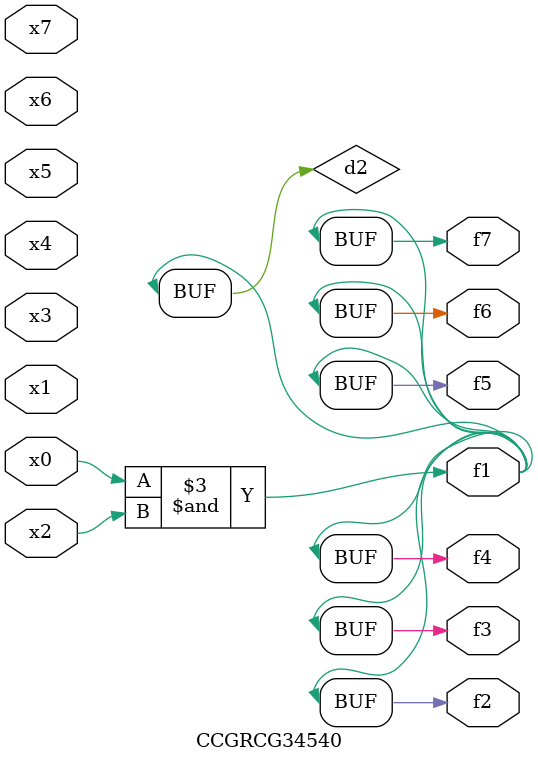
<source format=v>
module CCGRCG34540(
	input x0, x1, x2, x3, x4, x5, x6, x7,
	output f1, f2, f3, f4, f5, f6, f7
);

	wire d1, d2;

	nor (d1, x3, x6);
	and (d2, x0, x2);
	assign f1 = d2;
	assign f2 = d2;
	assign f3 = d2;
	assign f4 = d2;
	assign f5 = d2;
	assign f6 = d2;
	assign f7 = d2;
endmodule

</source>
